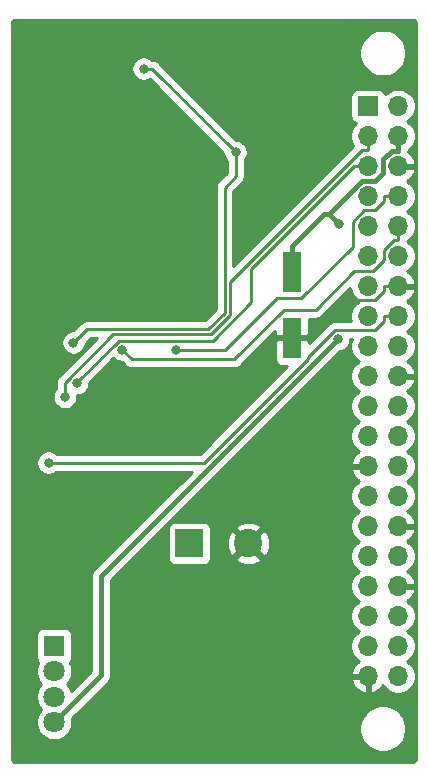
<source format=gbr>
G04 #@! TF.GenerationSoftware,KiCad,Pcbnew,(5.1.5-0-10_14)*
G04 #@! TF.CreationDate,2020-11-09T10:05:16+01:00*
G04 #@! TF.ProjectId,HB-RF-MOD,48422d52-462d-44d4-9f44-2e6b69636164,rev?*
G04 #@! TF.SameCoordinates,Original*
G04 #@! TF.FileFunction,Copper,L2,Bot*
G04 #@! TF.FilePolarity,Positive*
%FSLAX46Y46*%
G04 Gerber Fmt 4.6, Leading zero omitted, Abs format (unit mm)*
G04 Created by KiCad (PCBNEW (5.1.5-0-10_14)) date 2020-11-09 10:05:16*
%MOMM*%
%LPD*%
G04 APERTURE LIST*
%ADD10C,2.400000*%
%ADD11R,2.400000X2.400000*%
%ADD12C,1.800000*%
%ADD13R,1.800000X1.800000*%
%ADD14R,1.600000X3.500000*%
%ADD15O,1.700000X1.700000*%
%ADD16R,1.700000X1.700000*%
%ADD17C,0.800000*%
%ADD18C,0.250000*%
%ADD19C,0.400000*%
%ADD20C,0.254000*%
G04 APERTURE END LIST*
D10*
X43400000Y-60800000D03*
D11*
X38400000Y-60800000D03*
D12*
X26950000Y-75937000D03*
X26950000Y-73778000D03*
X26950000Y-71619000D03*
D13*
X26950000Y-69460000D03*
D14*
X47100000Y-43400000D03*
X47100000Y-37800000D03*
D15*
X56070000Y-72040000D03*
X53530000Y-72040000D03*
X56070000Y-69500000D03*
X53530000Y-69500000D03*
X56070000Y-66960000D03*
X53530000Y-66960000D03*
X56070000Y-64420000D03*
X53530000Y-64420000D03*
X56070000Y-61880000D03*
X53530000Y-61880000D03*
X56070000Y-59340000D03*
X53530000Y-59340000D03*
X56070000Y-56800000D03*
X53530000Y-56800000D03*
X56070000Y-54260000D03*
X53530000Y-54260000D03*
X56070000Y-51720000D03*
X53530000Y-51720000D03*
X56070000Y-49180000D03*
X53530000Y-49180000D03*
X56070000Y-46640000D03*
X53530000Y-46640000D03*
X56070000Y-44100000D03*
X53530000Y-44100000D03*
X56070000Y-41560000D03*
X53530000Y-41560000D03*
X56070000Y-39020000D03*
X53530000Y-39020000D03*
X56070000Y-36480000D03*
X53530000Y-36480000D03*
X56070000Y-33940000D03*
X53530000Y-33940000D03*
X56070000Y-31400000D03*
X53530000Y-31400000D03*
X56070000Y-28860000D03*
X53530000Y-28860000D03*
X56070000Y-26320000D03*
X53530000Y-26320000D03*
X56070000Y-23780000D03*
D16*
X53530000Y-23780000D03*
D17*
X49050000Y-62250000D03*
X34800000Y-47200000D03*
X24100000Y-43900000D03*
X51500000Y-46100000D03*
X35500000Y-74500000D03*
X35600000Y-69900000D03*
X35700000Y-78700000D03*
X48000000Y-78700000D03*
X47500000Y-55900000D03*
X42850000Y-48500000D03*
X34750000Y-50650000D03*
X40950000Y-57750000D03*
X27250000Y-62550000D03*
X27250000Y-64550000D03*
X27200000Y-66450000D03*
X27300000Y-60450000D03*
X47850000Y-69900000D03*
X47950000Y-74400000D03*
X41000000Y-75550000D03*
X41100000Y-70250000D03*
X41000000Y-66400000D03*
X56600000Y-74200000D03*
X52600000Y-78600000D03*
X56800000Y-17200000D03*
X52000000Y-21000000D03*
X42000000Y-21200000D03*
X45200000Y-23600000D03*
X25200000Y-18000000D03*
X25200000Y-23400000D03*
X46200000Y-51800000D03*
X44900000Y-33200000D03*
X28591600Y-43799000D03*
X34535800Y-20604700D03*
X42318900Y-27681100D03*
X32712200Y-44401700D03*
X37291600Y-44438200D03*
X50998400Y-43494700D03*
X51066400Y-33772300D03*
X26480000Y-53967000D03*
X28868900Y-47229700D03*
X27855400Y-48395900D03*
D18*
X47100000Y-43400000D02*
X48225300Y-43400000D01*
X56070000Y-39020000D02*
X54894700Y-39020000D01*
X54894700Y-39020000D02*
X54894700Y-39387400D01*
X54894700Y-39387400D02*
X54086800Y-40195300D01*
X54086800Y-40195300D02*
X51430000Y-40195300D01*
X51430000Y-40195300D02*
X48225300Y-43400000D01*
X42318900Y-29727400D02*
X41378000Y-30668300D01*
X41378000Y-30668300D02*
X41378000Y-41287300D01*
X41378000Y-41287300D02*
X40009900Y-42655400D01*
X40009900Y-42655400D02*
X29735200Y-42655400D01*
X29735200Y-42655400D02*
X28591600Y-43799000D01*
X42318900Y-29727400D02*
X42318900Y-27681100D01*
X42318900Y-27671200D02*
X35252400Y-20604700D01*
X35252400Y-20604700D02*
X34535800Y-20604700D01*
X42318900Y-27681100D02*
X42318900Y-27671200D01*
X56070000Y-35115300D02*
X55702600Y-35115300D01*
X55702600Y-35115300D02*
X54894700Y-35923200D01*
X54894700Y-35923200D02*
X54894700Y-36816300D01*
X54894700Y-36816300D02*
X53961000Y-37750000D01*
X53961000Y-37750000D02*
X52354600Y-37750000D01*
X52354600Y-37750000D02*
X49103100Y-41001500D01*
X49103100Y-41001500D02*
X46392000Y-41001500D01*
X46392000Y-41001500D02*
X42193000Y-45200500D01*
X42193000Y-45200500D02*
X33511000Y-45200500D01*
X33511000Y-45200500D02*
X32712200Y-44401700D01*
X56070000Y-33940000D02*
X56070000Y-35115300D01*
X56070000Y-31400000D02*
X54894700Y-31400000D01*
X54894700Y-31400000D02*
X54894700Y-31767400D01*
X54894700Y-31767400D02*
X54086800Y-32575300D01*
X54086800Y-32575300D02*
X53202500Y-32575300D01*
X53202500Y-32575300D02*
X52232600Y-33545200D01*
X52232600Y-33545200D02*
X52232600Y-35698500D01*
X52232600Y-35698500D02*
X47877200Y-40053900D01*
X47877200Y-40053900D02*
X45837700Y-40053900D01*
X45837700Y-40053900D02*
X41453400Y-44438200D01*
X41453400Y-44438200D02*
X37291600Y-44438200D01*
D19*
X50217800Y-32923700D02*
X51066400Y-33772300D01*
X47100000Y-35649700D02*
X49826000Y-32923700D01*
X49826000Y-32923700D02*
X50217800Y-32923700D01*
X56070000Y-27570300D02*
X55522900Y-27570300D01*
X55522900Y-27570300D02*
X54819700Y-28273500D01*
X54819700Y-28273500D02*
X54819700Y-29406500D01*
X54819700Y-29406500D02*
X54096200Y-30130000D01*
X54096200Y-30130000D02*
X53011500Y-30130000D01*
X53011500Y-30130000D02*
X50217800Y-32923700D01*
X26950000Y-75937000D02*
X30920300Y-71966700D01*
X30920300Y-71966700D02*
X30920300Y-63572800D01*
X30920300Y-63572800D02*
X50998400Y-43494700D01*
X47100000Y-37800000D02*
X47100000Y-35649700D01*
X56070000Y-26320000D02*
X56070000Y-27570300D01*
D18*
X54894700Y-41560000D02*
X54894700Y-41927400D01*
X54894700Y-41927400D02*
X54086800Y-42735300D01*
X54086800Y-42735300D02*
X50710200Y-42735300D01*
X50710200Y-42735300D02*
X48409400Y-45036100D01*
X48409400Y-45036100D02*
X48409400Y-45160400D01*
X48409400Y-45160400D02*
X39602800Y-53967000D01*
X39602800Y-53967000D02*
X26480000Y-53967000D01*
X56070000Y-41560000D02*
X54894700Y-41560000D01*
X52354700Y-28860000D02*
X43637000Y-37577700D01*
X43637000Y-37577700D02*
X43637000Y-40358600D01*
X43637000Y-40358600D02*
X40365900Y-43629700D01*
X40365900Y-43629700D02*
X32403300Y-43629700D01*
X32403300Y-43629700D02*
X28868900Y-47164100D01*
X28868900Y-47164100D02*
X28868900Y-47229700D01*
X53530000Y-28860000D02*
X52354700Y-28860000D01*
X27855400Y-48395900D02*
X27855400Y-47203700D01*
X27855400Y-47203700D02*
X31953400Y-43105700D01*
X31953400Y-43105700D02*
X40196500Y-43105700D01*
X40196500Y-43105700D02*
X41828300Y-41473900D01*
X41828300Y-41473900D02*
X41828300Y-38682800D01*
X41828300Y-38682800D02*
X53015800Y-27495300D01*
X53015800Y-27495300D02*
X53530000Y-27495300D01*
X53530000Y-26320000D02*
X53530000Y-27495300D01*
D20*
G36*
X57248174Y-16464995D02*
G01*
X57344056Y-16473908D01*
X57402382Y-16491196D01*
X57456236Y-16519483D01*
X57503574Y-16557695D01*
X57542590Y-16604375D01*
X57571797Y-16657746D01*
X57590079Y-16715765D01*
X57600049Y-16806231D01*
X57594990Y-78943139D01*
X57586079Y-79039005D01*
X57568791Y-79097331D01*
X57540504Y-79151185D01*
X57502292Y-79198523D01*
X57455611Y-79237540D01*
X57402242Y-79266746D01*
X57344222Y-79285028D01*
X57253740Y-79295000D01*
X23711774Y-79295000D01*
X23615944Y-79286092D01*
X23557618Y-79268804D01*
X23503764Y-79240517D01*
X23456426Y-79202305D01*
X23417409Y-79155624D01*
X23388203Y-79102255D01*
X23369921Y-79044235D01*
X23359951Y-78953770D01*
X23360794Y-68560000D01*
X25411928Y-68560000D01*
X25411928Y-70360000D01*
X25424188Y-70484482D01*
X25460498Y-70604180D01*
X25519463Y-70714494D01*
X25598815Y-70811185D01*
X25627763Y-70834942D01*
X25589701Y-70891905D01*
X25473989Y-71171257D01*
X25415000Y-71467816D01*
X25415000Y-71770184D01*
X25473989Y-72066743D01*
X25589701Y-72346095D01*
X25757688Y-72597505D01*
X25858683Y-72698500D01*
X25757688Y-72799495D01*
X25589701Y-73050905D01*
X25473989Y-73330257D01*
X25415000Y-73626816D01*
X25415000Y-73929184D01*
X25473989Y-74225743D01*
X25589701Y-74505095D01*
X25757688Y-74756505D01*
X25858683Y-74857500D01*
X25757688Y-74958495D01*
X25589701Y-75209905D01*
X25473989Y-75489257D01*
X25415000Y-75785816D01*
X25415000Y-76088184D01*
X25473989Y-76384743D01*
X25589701Y-76664095D01*
X25757688Y-76915505D01*
X25971495Y-77129312D01*
X26222905Y-77297299D01*
X26502257Y-77413011D01*
X26798816Y-77472000D01*
X27101184Y-77472000D01*
X27397743Y-77413011D01*
X27677095Y-77297299D01*
X27928505Y-77129312D01*
X28142312Y-76915505D01*
X28310299Y-76664095D01*
X28426011Y-76384743D01*
X28445951Y-76284495D01*
X52795000Y-76284495D01*
X52795000Y-76675505D01*
X52871282Y-77059003D01*
X53020915Y-77420250D01*
X53238149Y-77745364D01*
X53514636Y-78021851D01*
X53839750Y-78239085D01*
X54200997Y-78388718D01*
X54584495Y-78465000D01*
X54975505Y-78465000D01*
X55359003Y-78388718D01*
X55720250Y-78239085D01*
X56045364Y-78021851D01*
X56321851Y-77745364D01*
X56539085Y-77420250D01*
X56688718Y-77059003D01*
X56765000Y-76675505D01*
X56765000Y-76284495D01*
X56688718Y-75900997D01*
X56539085Y-75539750D01*
X56321851Y-75214636D01*
X56045364Y-74938149D01*
X55720250Y-74720915D01*
X55359003Y-74571282D01*
X54975505Y-74495000D01*
X54584495Y-74495000D01*
X54200997Y-74571282D01*
X53839750Y-74720915D01*
X53514636Y-74938149D01*
X53238149Y-75214636D01*
X53020915Y-75539750D01*
X52871282Y-75900997D01*
X52795000Y-76284495D01*
X28445951Y-76284495D01*
X28485000Y-76088184D01*
X28485000Y-75785816D01*
X28451329Y-75616538D01*
X31481728Y-72586140D01*
X31513591Y-72559991D01*
X31617936Y-72432846D01*
X31637154Y-72396890D01*
X52088524Y-72396890D01*
X52133175Y-72544099D01*
X52258359Y-72806920D01*
X52432412Y-73040269D01*
X52648645Y-73235178D01*
X52898748Y-73384157D01*
X53173109Y-73481481D01*
X53403000Y-73360814D01*
X53403000Y-72167000D01*
X52209845Y-72167000D01*
X52088524Y-72396890D01*
X31637154Y-72396890D01*
X31695472Y-72287787D01*
X31743218Y-72130389D01*
X31755300Y-72007719D01*
X31755300Y-72007718D01*
X31759340Y-71966701D01*
X31755300Y-71925682D01*
X31755300Y-63918667D01*
X36073967Y-59600000D01*
X36561928Y-59600000D01*
X36561928Y-62000000D01*
X36574188Y-62124482D01*
X36610498Y-62244180D01*
X36669463Y-62354494D01*
X36748815Y-62451185D01*
X36845506Y-62530537D01*
X36955820Y-62589502D01*
X37075518Y-62625812D01*
X37200000Y-62638072D01*
X39600000Y-62638072D01*
X39724482Y-62625812D01*
X39844180Y-62589502D01*
X39954494Y-62530537D01*
X40051185Y-62451185D01*
X40130537Y-62354494D01*
X40189502Y-62244180D01*
X40225812Y-62124482D01*
X40230391Y-62077980D01*
X42301626Y-62077980D01*
X42421514Y-62362836D01*
X42745210Y-62523699D01*
X43094069Y-62618322D01*
X43454684Y-62643067D01*
X43813198Y-62596985D01*
X44155833Y-62481846D01*
X44378486Y-62362836D01*
X44498374Y-62077980D01*
X43400000Y-60979605D01*
X42301626Y-62077980D01*
X40230391Y-62077980D01*
X40238072Y-62000000D01*
X40238072Y-60854684D01*
X41556933Y-60854684D01*
X41603015Y-61213198D01*
X41718154Y-61555833D01*
X41837164Y-61778486D01*
X42122020Y-61898374D01*
X43220395Y-60800000D01*
X43579605Y-60800000D01*
X44677980Y-61898374D01*
X44962836Y-61778486D01*
X45123699Y-61454790D01*
X45218322Y-61105931D01*
X45243067Y-60745316D01*
X45196985Y-60386802D01*
X45081846Y-60044167D01*
X44962836Y-59821514D01*
X44677980Y-59701626D01*
X43579605Y-60800000D01*
X43220395Y-60800000D01*
X42122020Y-59701626D01*
X41837164Y-59821514D01*
X41676301Y-60145210D01*
X41581678Y-60494069D01*
X41556933Y-60854684D01*
X40238072Y-60854684D01*
X40238072Y-59600000D01*
X40230392Y-59522020D01*
X42301626Y-59522020D01*
X43400000Y-60620395D01*
X44498374Y-59522020D01*
X44378486Y-59237164D01*
X44054790Y-59076301D01*
X43705931Y-58981678D01*
X43345316Y-58956933D01*
X42986802Y-59003015D01*
X42644167Y-59118154D01*
X42421514Y-59237164D01*
X42301626Y-59522020D01*
X40230392Y-59522020D01*
X40225812Y-59475518D01*
X40189502Y-59355820D01*
X40130537Y-59245506D01*
X40051185Y-59148815D01*
X39954494Y-59069463D01*
X39844180Y-59010498D01*
X39724482Y-58974188D01*
X39600000Y-58961928D01*
X37200000Y-58961928D01*
X37075518Y-58974188D01*
X36955820Y-59010498D01*
X36845506Y-59069463D01*
X36748815Y-59148815D01*
X36669463Y-59245506D01*
X36610498Y-59355820D01*
X36574188Y-59475518D01*
X36561928Y-59600000D01*
X36073967Y-59600000D01*
X51155176Y-44518792D01*
X51300298Y-44489926D01*
X51488656Y-44411905D01*
X51658174Y-44298637D01*
X51802337Y-44154474D01*
X51915605Y-43984956D01*
X51993626Y-43796598D01*
X52033400Y-43596639D01*
X52033400Y-43495300D01*
X52173123Y-43495300D01*
X52102068Y-43666842D01*
X52045000Y-43953740D01*
X52045000Y-44246260D01*
X52102068Y-44533158D01*
X52214010Y-44803411D01*
X52376525Y-45046632D01*
X52583368Y-45253475D01*
X52757760Y-45370000D01*
X52583368Y-45486525D01*
X52376525Y-45693368D01*
X52214010Y-45936589D01*
X52102068Y-46206842D01*
X52045000Y-46493740D01*
X52045000Y-46786260D01*
X52102068Y-47073158D01*
X52214010Y-47343411D01*
X52376525Y-47586632D01*
X52583368Y-47793475D01*
X52757760Y-47910000D01*
X52583368Y-48026525D01*
X52376525Y-48233368D01*
X52214010Y-48476589D01*
X52102068Y-48746842D01*
X52045000Y-49033740D01*
X52045000Y-49326260D01*
X52102068Y-49613158D01*
X52214010Y-49883411D01*
X52376525Y-50126632D01*
X52583368Y-50333475D01*
X52757760Y-50450000D01*
X52583368Y-50566525D01*
X52376525Y-50773368D01*
X52214010Y-51016589D01*
X52102068Y-51286842D01*
X52045000Y-51573740D01*
X52045000Y-51866260D01*
X52102068Y-52153158D01*
X52214010Y-52423411D01*
X52376525Y-52666632D01*
X52583368Y-52873475D01*
X52765534Y-52995195D01*
X52648645Y-53064822D01*
X52432412Y-53259731D01*
X52258359Y-53493080D01*
X52133175Y-53755901D01*
X52088524Y-53903110D01*
X52209845Y-54133000D01*
X53403000Y-54133000D01*
X53403000Y-54113000D01*
X53657000Y-54113000D01*
X53657000Y-54133000D01*
X53677000Y-54133000D01*
X53677000Y-54387000D01*
X53657000Y-54387000D01*
X53657000Y-54407000D01*
X53403000Y-54407000D01*
X53403000Y-54387000D01*
X52209845Y-54387000D01*
X52088524Y-54616890D01*
X52133175Y-54764099D01*
X52258359Y-55026920D01*
X52432412Y-55260269D01*
X52648645Y-55455178D01*
X52765534Y-55524805D01*
X52583368Y-55646525D01*
X52376525Y-55853368D01*
X52214010Y-56096589D01*
X52102068Y-56366842D01*
X52045000Y-56653740D01*
X52045000Y-56946260D01*
X52102068Y-57233158D01*
X52214010Y-57503411D01*
X52376525Y-57746632D01*
X52583368Y-57953475D01*
X52757760Y-58070000D01*
X52583368Y-58186525D01*
X52376525Y-58393368D01*
X52214010Y-58636589D01*
X52102068Y-58906842D01*
X52045000Y-59193740D01*
X52045000Y-59486260D01*
X52102068Y-59773158D01*
X52214010Y-60043411D01*
X52376525Y-60286632D01*
X52583368Y-60493475D01*
X52757760Y-60610000D01*
X52583368Y-60726525D01*
X52376525Y-60933368D01*
X52214010Y-61176589D01*
X52102068Y-61446842D01*
X52045000Y-61733740D01*
X52045000Y-62026260D01*
X52102068Y-62313158D01*
X52214010Y-62583411D01*
X52376525Y-62826632D01*
X52583368Y-63033475D01*
X52757760Y-63150000D01*
X52583368Y-63266525D01*
X52376525Y-63473368D01*
X52214010Y-63716589D01*
X52102068Y-63986842D01*
X52045000Y-64273740D01*
X52045000Y-64566260D01*
X52102068Y-64853158D01*
X52214010Y-65123411D01*
X52376525Y-65366632D01*
X52583368Y-65573475D01*
X52757760Y-65690000D01*
X52583368Y-65806525D01*
X52376525Y-66013368D01*
X52214010Y-66256589D01*
X52102068Y-66526842D01*
X52045000Y-66813740D01*
X52045000Y-67106260D01*
X52102068Y-67393158D01*
X52214010Y-67663411D01*
X52376525Y-67906632D01*
X52583368Y-68113475D01*
X52757760Y-68230000D01*
X52583368Y-68346525D01*
X52376525Y-68553368D01*
X52214010Y-68796589D01*
X52102068Y-69066842D01*
X52045000Y-69353740D01*
X52045000Y-69646260D01*
X52102068Y-69933158D01*
X52214010Y-70203411D01*
X52376525Y-70446632D01*
X52583368Y-70653475D01*
X52765534Y-70775195D01*
X52648645Y-70844822D01*
X52432412Y-71039731D01*
X52258359Y-71273080D01*
X52133175Y-71535901D01*
X52088524Y-71683110D01*
X52209845Y-71913000D01*
X53403000Y-71913000D01*
X53403000Y-71893000D01*
X53657000Y-71893000D01*
X53657000Y-71913000D01*
X53677000Y-71913000D01*
X53677000Y-72167000D01*
X53657000Y-72167000D01*
X53657000Y-73360814D01*
X53886891Y-73481481D01*
X54161252Y-73384157D01*
X54411355Y-73235178D01*
X54627588Y-73040269D01*
X54798900Y-72810594D01*
X54916525Y-72986632D01*
X55123368Y-73193475D01*
X55366589Y-73355990D01*
X55636842Y-73467932D01*
X55923740Y-73525000D01*
X56216260Y-73525000D01*
X56503158Y-73467932D01*
X56773411Y-73355990D01*
X57016632Y-73193475D01*
X57223475Y-72986632D01*
X57385990Y-72743411D01*
X57497932Y-72473158D01*
X57555000Y-72186260D01*
X57555000Y-71893740D01*
X57497932Y-71606842D01*
X57385990Y-71336589D01*
X57223475Y-71093368D01*
X57016632Y-70886525D01*
X56842240Y-70770000D01*
X57016632Y-70653475D01*
X57223475Y-70446632D01*
X57385990Y-70203411D01*
X57497932Y-69933158D01*
X57555000Y-69646260D01*
X57555000Y-69353740D01*
X57497932Y-69066842D01*
X57385990Y-68796589D01*
X57223475Y-68553368D01*
X57016632Y-68346525D01*
X56842240Y-68230000D01*
X57016632Y-68113475D01*
X57223475Y-67906632D01*
X57385990Y-67663411D01*
X57497932Y-67393158D01*
X57555000Y-67106260D01*
X57555000Y-66813740D01*
X57497932Y-66526842D01*
X57385990Y-66256589D01*
X57223475Y-66013368D01*
X57016632Y-65806525D01*
X56834466Y-65684805D01*
X56951355Y-65615178D01*
X57167588Y-65420269D01*
X57341641Y-65186920D01*
X57466825Y-64924099D01*
X57511476Y-64776890D01*
X57390155Y-64547000D01*
X56197000Y-64547000D01*
X56197000Y-64567000D01*
X55943000Y-64567000D01*
X55943000Y-64547000D01*
X55923000Y-64547000D01*
X55923000Y-64293000D01*
X55943000Y-64293000D01*
X55943000Y-64273000D01*
X56197000Y-64273000D01*
X56197000Y-64293000D01*
X57390155Y-64293000D01*
X57511476Y-64063110D01*
X57466825Y-63915901D01*
X57341641Y-63653080D01*
X57167588Y-63419731D01*
X56951355Y-63224822D01*
X56834466Y-63155195D01*
X57016632Y-63033475D01*
X57223475Y-62826632D01*
X57385990Y-62583411D01*
X57497932Y-62313158D01*
X57555000Y-62026260D01*
X57555000Y-61733740D01*
X57497932Y-61446842D01*
X57385990Y-61176589D01*
X57223475Y-60933368D01*
X57016632Y-60726525D01*
X56834466Y-60604805D01*
X56951355Y-60535178D01*
X57167588Y-60340269D01*
X57341641Y-60106920D01*
X57466825Y-59844099D01*
X57511476Y-59696890D01*
X57390155Y-59467000D01*
X56197000Y-59467000D01*
X56197000Y-59487000D01*
X55943000Y-59487000D01*
X55943000Y-59467000D01*
X55923000Y-59467000D01*
X55923000Y-59213000D01*
X55943000Y-59213000D01*
X55943000Y-59193000D01*
X56197000Y-59193000D01*
X56197000Y-59213000D01*
X57390155Y-59213000D01*
X57511476Y-58983110D01*
X57466825Y-58835901D01*
X57341641Y-58573080D01*
X57167588Y-58339731D01*
X56951355Y-58144822D01*
X56834466Y-58075195D01*
X57016632Y-57953475D01*
X57223475Y-57746632D01*
X57385990Y-57503411D01*
X57497932Y-57233158D01*
X57555000Y-56946260D01*
X57555000Y-56653740D01*
X57497932Y-56366842D01*
X57385990Y-56096589D01*
X57223475Y-55853368D01*
X57016632Y-55646525D01*
X56842240Y-55530000D01*
X57016632Y-55413475D01*
X57223475Y-55206632D01*
X57385990Y-54963411D01*
X57497932Y-54693158D01*
X57555000Y-54406260D01*
X57555000Y-54113740D01*
X57497932Y-53826842D01*
X57385990Y-53556589D01*
X57223475Y-53313368D01*
X57016632Y-53106525D01*
X56842240Y-52990000D01*
X57016632Y-52873475D01*
X57223475Y-52666632D01*
X57385990Y-52423411D01*
X57497932Y-52153158D01*
X57555000Y-51866260D01*
X57555000Y-51573740D01*
X57497932Y-51286842D01*
X57385990Y-51016589D01*
X57223475Y-50773368D01*
X57016632Y-50566525D01*
X56842240Y-50450000D01*
X57016632Y-50333475D01*
X57223475Y-50126632D01*
X57385990Y-49883411D01*
X57497932Y-49613158D01*
X57555000Y-49326260D01*
X57555000Y-49033740D01*
X57497932Y-48746842D01*
X57385990Y-48476589D01*
X57223475Y-48233368D01*
X57016632Y-48026525D01*
X56834466Y-47904805D01*
X56951355Y-47835178D01*
X57167588Y-47640269D01*
X57341641Y-47406920D01*
X57466825Y-47144099D01*
X57511476Y-46996890D01*
X57390155Y-46767000D01*
X56197000Y-46767000D01*
X56197000Y-46787000D01*
X55943000Y-46787000D01*
X55943000Y-46767000D01*
X55923000Y-46767000D01*
X55923000Y-46513000D01*
X55943000Y-46513000D01*
X55943000Y-46493000D01*
X56197000Y-46493000D01*
X56197000Y-46513000D01*
X57390155Y-46513000D01*
X57511476Y-46283110D01*
X57466825Y-46135901D01*
X57341641Y-45873080D01*
X57167588Y-45639731D01*
X56951355Y-45444822D01*
X56834466Y-45375195D01*
X57016632Y-45253475D01*
X57223475Y-45046632D01*
X57385990Y-44803411D01*
X57497932Y-44533158D01*
X57555000Y-44246260D01*
X57555000Y-43953740D01*
X57497932Y-43666842D01*
X57385990Y-43396589D01*
X57223475Y-43153368D01*
X57016632Y-42946525D01*
X56842240Y-42830000D01*
X57016632Y-42713475D01*
X57223475Y-42506632D01*
X57385990Y-42263411D01*
X57497932Y-41993158D01*
X57555000Y-41706260D01*
X57555000Y-41413740D01*
X57497932Y-41126842D01*
X57385990Y-40856589D01*
X57223475Y-40613368D01*
X57016632Y-40406525D01*
X56834466Y-40284805D01*
X56951355Y-40215178D01*
X57167588Y-40020269D01*
X57341641Y-39786920D01*
X57466825Y-39524099D01*
X57511476Y-39376890D01*
X57390155Y-39147000D01*
X56197000Y-39147000D01*
X56197000Y-39167000D01*
X55943000Y-39167000D01*
X55943000Y-39147000D01*
X55923000Y-39147000D01*
X55923000Y-38893000D01*
X55943000Y-38893000D01*
X55943000Y-38873000D01*
X56197000Y-38873000D01*
X56197000Y-38893000D01*
X57390155Y-38893000D01*
X57511476Y-38663110D01*
X57466825Y-38515901D01*
X57341641Y-38253080D01*
X57167588Y-38019731D01*
X56951355Y-37824822D01*
X56834466Y-37755195D01*
X57016632Y-37633475D01*
X57223475Y-37426632D01*
X57385990Y-37183411D01*
X57497932Y-36913158D01*
X57555000Y-36626260D01*
X57555000Y-36333740D01*
X57497932Y-36046842D01*
X57385990Y-35776589D01*
X57223475Y-35533368D01*
X57016632Y-35326525D01*
X56842240Y-35210000D01*
X57016632Y-35093475D01*
X57223475Y-34886632D01*
X57385990Y-34643411D01*
X57497932Y-34373158D01*
X57555000Y-34086260D01*
X57555000Y-33793740D01*
X57497932Y-33506842D01*
X57385990Y-33236589D01*
X57223475Y-32993368D01*
X57016632Y-32786525D01*
X56842240Y-32670000D01*
X57016632Y-32553475D01*
X57223475Y-32346632D01*
X57385990Y-32103411D01*
X57497932Y-31833158D01*
X57555000Y-31546260D01*
X57555000Y-31253740D01*
X57497932Y-30966842D01*
X57385990Y-30696589D01*
X57223475Y-30453368D01*
X57016632Y-30246525D01*
X56834466Y-30124805D01*
X56951355Y-30055178D01*
X57167588Y-29860269D01*
X57341641Y-29626920D01*
X57466825Y-29364099D01*
X57511476Y-29216890D01*
X57390155Y-28987000D01*
X56197000Y-28987000D01*
X56197000Y-29007000D01*
X55943000Y-29007000D01*
X55943000Y-28987000D01*
X55923000Y-28987000D01*
X55923000Y-28733000D01*
X55943000Y-28733000D01*
X55943000Y-28713000D01*
X56197000Y-28713000D01*
X56197000Y-28733000D01*
X57390155Y-28733000D01*
X57511476Y-28503110D01*
X57466825Y-28355901D01*
X57341641Y-28093080D01*
X57167588Y-27859731D01*
X56951355Y-27664822D01*
X56902591Y-27635775D01*
X56905000Y-27611319D01*
X56909040Y-27570300D01*
X56906736Y-27546905D01*
X57016632Y-27473475D01*
X57223475Y-27266632D01*
X57385990Y-27023411D01*
X57497932Y-26753158D01*
X57555000Y-26466260D01*
X57555000Y-26173740D01*
X57497932Y-25886842D01*
X57385990Y-25616589D01*
X57223475Y-25373368D01*
X57016632Y-25166525D01*
X56842240Y-25050000D01*
X57016632Y-24933475D01*
X57223475Y-24726632D01*
X57385990Y-24483411D01*
X57497932Y-24213158D01*
X57555000Y-23926260D01*
X57555000Y-23633740D01*
X57497932Y-23346842D01*
X57385990Y-23076589D01*
X57223475Y-22833368D01*
X57016632Y-22626525D01*
X56773411Y-22464010D01*
X56503158Y-22352068D01*
X56216260Y-22295000D01*
X55923740Y-22295000D01*
X55636842Y-22352068D01*
X55366589Y-22464010D01*
X55123368Y-22626525D01*
X54991513Y-22758380D01*
X54969502Y-22685820D01*
X54910537Y-22575506D01*
X54831185Y-22478815D01*
X54734494Y-22399463D01*
X54624180Y-22340498D01*
X54504482Y-22304188D01*
X54380000Y-22291928D01*
X52680000Y-22291928D01*
X52555518Y-22304188D01*
X52435820Y-22340498D01*
X52325506Y-22399463D01*
X52228815Y-22478815D01*
X52149463Y-22575506D01*
X52090498Y-22685820D01*
X52054188Y-22805518D01*
X52041928Y-22930000D01*
X52041928Y-24630000D01*
X52054188Y-24754482D01*
X52090498Y-24874180D01*
X52149463Y-24984494D01*
X52228815Y-25081185D01*
X52325506Y-25160537D01*
X52435820Y-25219502D01*
X52508380Y-25241513D01*
X52376525Y-25373368D01*
X52214010Y-25616589D01*
X52102068Y-25886842D01*
X52045000Y-26173740D01*
X52045000Y-26466260D01*
X52102068Y-26753158D01*
X52214010Y-27023411D01*
X52293669Y-27142629D01*
X42138000Y-37298299D01*
X42138000Y-30983101D01*
X42829904Y-30291198D01*
X42858901Y-30267401D01*
X42953874Y-30151676D01*
X43024446Y-30019647D01*
X43067903Y-29876386D01*
X43078900Y-29764733D01*
X43078900Y-29764732D01*
X43082577Y-29727400D01*
X43078900Y-29690067D01*
X43078900Y-28384811D01*
X43122837Y-28340874D01*
X43236105Y-28171356D01*
X43314126Y-27982998D01*
X43353900Y-27783039D01*
X43353900Y-27579161D01*
X43314126Y-27379202D01*
X43236105Y-27190844D01*
X43122837Y-27021326D01*
X42978674Y-26877163D01*
X42809156Y-26763895D01*
X42620798Y-26685874D01*
X42420839Y-26646100D01*
X42368602Y-26646100D01*
X35816204Y-20093703D01*
X35792401Y-20064699D01*
X35676676Y-19969726D01*
X35544647Y-19899154D01*
X35401386Y-19855697D01*
X35289733Y-19844700D01*
X35289722Y-19844700D01*
X35252400Y-19841024D01*
X35237320Y-19842509D01*
X35195574Y-19800763D01*
X35026056Y-19687495D01*
X34837698Y-19609474D01*
X34637739Y-19569700D01*
X34433861Y-19569700D01*
X34233902Y-19609474D01*
X34045544Y-19687495D01*
X33876026Y-19800763D01*
X33731863Y-19944926D01*
X33618595Y-20114444D01*
X33540574Y-20302802D01*
X33500800Y-20502761D01*
X33500800Y-20706639D01*
X33540574Y-20906598D01*
X33618595Y-21094956D01*
X33731863Y-21264474D01*
X33876026Y-21408637D01*
X34045544Y-21521905D01*
X34233902Y-21599926D01*
X34433861Y-21639700D01*
X34637739Y-21639700D01*
X34837698Y-21599926D01*
X35026056Y-21521905D01*
X35067267Y-21494368D01*
X41283900Y-27711002D01*
X41283900Y-27783039D01*
X41323674Y-27982998D01*
X41401695Y-28171356D01*
X41514963Y-28340874D01*
X41558901Y-28384812D01*
X41558900Y-29412598D01*
X40867002Y-30104496D01*
X40837999Y-30128299D01*
X40782871Y-30195474D01*
X40743026Y-30244024D01*
X40689053Y-30345000D01*
X40672454Y-30376054D01*
X40628997Y-30519315D01*
X40618000Y-30630968D01*
X40618000Y-30630978D01*
X40614324Y-30668300D01*
X40618000Y-30705622D01*
X40618001Y-40972497D01*
X39695099Y-41895400D01*
X29772525Y-41895400D01*
X29735200Y-41891724D01*
X29697875Y-41895400D01*
X29697867Y-41895400D01*
X29586214Y-41906397D01*
X29442953Y-41949854D01*
X29310924Y-42020426D01*
X29195199Y-42115399D01*
X29171401Y-42144397D01*
X28551799Y-42764000D01*
X28489661Y-42764000D01*
X28289702Y-42803774D01*
X28101344Y-42881795D01*
X27931826Y-42995063D01*
X27787663Y-43139226D01*
X27674395Y-43308744D01*
X27596374Y-43497102D01*
X27556600Y-43697061D01*
X27556600Y-43900939D01*
X27596374Y-44100898D01*
X27674395Y-44289256D01*
X27787663Y-44458774D01*
X27931826Y-44602937D01*
X28101344Y-44716205D01*
X28289702Y-44794226D01*
X28489661Y-44834000D01*
X28693539Y-44834000D01*
X28893498Y-44794226D01*
X29081856Y-44716205D01*
X29251374Y-44602937D01*
X29395537Y-44458774D01*
X29508805Y-44289256D01*
X29586826Y-44100898D01*
X29626600Y-43900939D01*
X29626600Y-43838801D01*
X30050002Y-43415400D01*
X30568898Y-43415400D01*
X27344398Y-46639901D01*
X27315400Y-46663699D01*
X27291602Y-46692697D01*
X27291601Y-46692698D01*
X27220426Y-46779424D01*
X27149854Y-46911454D01*
X27106398Y-47054715D01*
X27091724Y-47203700D01*
X27095401Y-47241032D01*
X27095401Y-47692188D01*
X27051463Y-47736126D01*
X26938195Y-47905644D01*
X26860174Y-48094002D01*
X26820400Y-48293961D01*
X26820400Y-48497839D01*
X26860174Y-48697798D01*
X26938195Y-48886156D01*
X27051463Y-49055674D01*
X27195626Y-49199837D01*
X27365144Y-49313105D01*
X27553502Y-49391126D01*
X27753461Y-49430900D01*
X27957339Y-49430900D01*
X28157298Y-49391126D01*
X28345656Y-49313105D01*
X28515174Y-49199837D01*
X28659337Y-49055674D01*
X28772605Y-48886156D01*
X28850626Y-48697798D01*
X28890400Y-48497839D01*
X28890400Y-48293961D01*
X28884580Y-48264700D01*
X28970839Y-48264700D01*
X29170798Y-48224926D01*
X29359156Y-48146905D01*
X29528674Y-48033637D01*
X29672837Y-47889474D01*
X29786105Y-47719956D01*
X29864126Y-47531598D01*
X29903900Y-47331639D01*
X29903900Y-47203901D01*
X31977296Y-45130507D01*
X32052426Y-45205637D01*
X32221944Y-45318905D01*
X32410302Y-45396926D01*
X32610261Y-45436700D01*
X32672398Y-45436700D01*
X32947201Y-45711502D01*
X32970999Y-45740501D01*
X33086724Y-45835474D01*
X33218753Y-45906046D01*
X33362014Y-45949503D01*
X33473667Y-45960500D01*
X33473675Y-45960500D01*
X33511000Y-45964176D01*
X33548325Y-45960500D01*
X42155678Y-45960500D01*
X42193000Y-45964176D01*
X42230322Y-45960500D01*
X42230333Y-45960500D01*
X42341986Y-45949503D01*
X42485247Y-45906046D01*
X42617276Y-45835474D01*
X42733001Y-45740501D01*
X42756804Y-45711497D01*
X45664349Y-42803953D01*
X45665000Y-43114250D01*
X45823750Y-43273000D01*
X46973000Y-43273000D01*
X46973000Y-43253000D01*
X47227000Y-43253000D01*
X47227000Y-43273000D01*
X48376250Y-43273000D01*
X48535000Y-43114250D01*
X48537838Y-41761500D01*
X49065778Y-41761500D01*
X49103100Y-41765176D01*
X49140422Y-41761500D01*
X49140433Y-41761500D01*
X49252086Y-41750503D01*
X49395347Y-41707046D01*
X49527376Y-41636474D01*
X49643101Y-41541501D01*
X49666904Y-41512497D01*
X52045000Y-39134402D01*
X52045000Y-39166260D01*
X52102068Y-39453158D01*
X52214010Y-39723411D01*
X52376525Y-39966632D01*
X52583368Y-40173475D01*
X52757760Y-40290000D01*
X52583368Y-40406525D01*
X52376525Y-40613368D01*
X52214010Y-40856589D01*
X52102068Y-41126842D01*
X52045000Y-41413740D01*
X52045000Y-41706260D01*
X52098516Y-41975300D01*
X50747533Y-41975300D01*
X50710200Y-41971623D01*
X50672867Y-41975300D01*
X50561214Y-41986297D01*
X50417953Y-42029754D01*
X50285924Y-42100326D01*
X50170199Y-42195299D01*
X50146401Y-42224297D01*
X48535314Y-43835385D01*
X48535000Y-43685750D01*
X48376250Y-43527000D01*
X47227000Y-43527000D01*
X47227000Y-43547000D01*
X46973000Y-43547000D01*
X46973000Y-43527000D01*
X45823750Y-43527000D01*
X45665000Y-43685750D01*
X45661928Y-45150000D01*
X45674188Y-45274482D01*
X45710498Y-45394180D01*
X45769463Y-45504494D01*
X45848815Y-45601185D01*
X45945506Y-45680537D01*
X46055820Y-45739502D01*
X46175518Y-45775812D01*
X46300000Y-45788072D01*
X46709372Y-45785627D01*
X39287999Y-53207000D01*
X27183711Y-53207000D01*
X27139774Y-53163063D01*
X26970256Y-53049795D01*
X26781898Y-52971774D01*
X26581939Y-52932000D01*
X26378061Y-52932000D01*
X26178102Y-52971774D01*
X25989744Y-53049795D01*
X25820226Y-53163063D01*
X25676063Y-53307226D01*
X25562795Y-53476744D01*
X25484774Y-53665102D01*
X25445000Y-53865061D01*
X25445000Y-54068939D01*
X25484774Y-54268898D01*
X25562795Y-54457256D01*
X25676063Y-54626774D01*
X25820226Y-54770937D01*
X25989744Y-54884205D01*
X26178102Y-54962226D01*
X26378061Y-55002000D01*
X26581939Y-55002000D01*
X26781898Y-54962226D01*
X26970256Y-54884205D01*
X27139774Y-54770937D01*
X27183711Y-54727000D01*
X38585233Y-54727000D01*
X30358874Y-62953359D01*
X30327010Y-62979509D01*
X30247951Y-63075843D01*
X30222664Y-63106655D01*
X30145128Y-63251714D01*
X30097382Y-63409112D01*
X30081260Y-63572800D01*
X30085301Y-63613829D01*
X30085300Y-71620832D01*
X28411327Y-73294806D01*
X28310299Y-73050905D01*
X28142312Y-72799495D01*
X28041317Y-72698500D01*
X28142312Y-72597505D01*
X28310299Y-72346095D01*
X28426011Y-72066743D01*
X28485000Y-71770184D01*
X28485000Y-71467816D01*
X28426011Y-71171257D01*
X28310299Y-70891905D01*
X28272237Y-70834942D01*
X28301185Y-70811185D01*
X28380537Y-70714494D01*
X28439502Y-70604180D01*
X28475812Y-70484482D01*
X28488072Y-70360000D01*
X28488072Y-68560000D01*
X28475812Y-68435518D01*
X28439502Y-68315820D01*
X28380537Y-68205506D01*
X28301185Y-68108815D01*
X28204494Y-68029463D01*
X28094180Y-67970498D01*
X27974482Y-67934188D01*
X27850000Y-67921928D01*
X26050000Y-67921928D01*
X25925518Y-67934188D01*
X25805820Y-67970498D01*
X25695506Y-68029463D01*
X25598815Y-68108815D01*
X25519463Y-68205506D01*
X25460498Y-68315820D01*
X25424188Y-68435518D01*
X25411928Y-68560000D01*
X23360794Y-68560000D01*
X23364812Y-19084495D01*
X52795000Y-19084495D01*
X52795000Y-19475505D01*
X52871282Y-19859003D01*
X53020915Y-20220250D01*
X53238149Y-20545364D01*
X53514636Y-20821851D01*
X53839750Y-21039085D01*
X54200997Y-21188718D01*
X54584495Y-21265000D01*
X54975505Y-21265000D01*
X55359003Y-21188718D01*
X55720250Y-21039085D01*
X56045364Y-20821851D01*
X56321851Y-20545364D01*
X56539085Y-20220250D01*
X56688718Y-19859003D01*
X56765000Y-19475505D01*
X56765000Y-19084495D01*
X56688718Y-18700997D01*
X56539085Y-18339750D01*
X56321851Y-18014636D01*
X56045364Y-17738149D01*
X55720250Y-17520915D01*
X55359003Y-17371282D01*
X54975505Y-17295000D01*
X54584495Y-17295000D01*
X54200997Y-17371282D01*
X53839750Y-17520915D01*
X53514636Y-17738149D01*
X53238149Y-18014636D01*
X53020915Y-18339750D01*
X52871282Y-18700997D01*
X52795000Y-19084495D01*
X23364812Y-19084495D01*
X23364997Y-16811810D01*
X23373908Y-16715944D01*
X23391196Y-16657618D01*
X23419483Y-16603764D01*
X23457695Y-16556426D01*
X23504375Y-16517410D01*
X23557746Y-16488203D01*
X23615765Y-16469921D01*
X23706221Y-16459952D01*
X57248174Y-16464995D01*
G37*
X57248174Y-16464995D02*
X57344056Y-16473908D01*
X57402382Y-16491196D01*
X57456236Y-16519483D01*
X57503574Y-16557695D01*
X57542590Y-16604375D01*
X57571797Y-16657746D01*
X57590079Y-16715765D01*
X57600049Y-16806231D01*
X57594990Y-78943139D01*
X57586079Y-79039005D01*
X57568791Y-79097331D01*
X57540504Y-79151185D01*
X57502292Y-79198523D01*
X57455611Y-79237540D01*
X57402242Y-79266746D01*
X57344222Y-79285028D01*
X57253740Y-79295000D01*
X23711774Y-79295000D01*
X23615944Y-79286092D01*
X23557618Y-79268804D01*
X23503764Y-79240517D01*
X23456426Y-79202305D01*
X23417409Y-79155624D01*
X23388203Y-79102255D01*
X23369921Y-79044235D01*
X23359951Y-78953770D01*
X23360794Y-68560000D01*
X25411928Y-68560000D01*
X25411928Y-70360000D01*
X25424188Y-70484482D01*
X25460498Y-70604180D01*
X25519463Y-70714494D01*
X25598815Y-70811185D01*
X25627763Y-70834942D01*
X25589701Y-70891905D01*
X25473989Y-71171257D01*
X25415000Y-71467816D01*
X25415000Y-71770184D01*
X25473989Y-72066743D01*
X25589701Y-72346095D01*
X25757688Y-72597505D01*
X25858683Y-72698500D01*
X25757688Y-72799495D01*
X25589701Y-73050905D01*
X25473989Y-73330257D01*
X25415000Y-73626816D01*
X25415000Y-73929184D01*
X25473989Y-74225743D01*
X25589701Y-74505095D01*
X25757688Y-74756505D01*
X25858683Y-74857500D01*
X25757688Y-74958495D01*
X25589701Y-75209905D01*
X25473989Y-75489257D01*
X25415000Y-75785816D01*
X25415000Y-76088184D01*
X25473989Y-76384743D01*
X25589701Y-76664095D01*
X25757688Y-76915505D01*
X25971495Y-77129312D01*
X26222905Y-77297299D01*
X26502257Y-77413011D01*
X26798816Y-77472000D01*
X27101184Y-77472000D01*
X27397743Y-77413011D01*
X27677095Y-77297299D01*
X27928505Y-77129312D01*
X28142312Y-76915505D01*
X28310299Y-76664095D01*
X28426011Y-76384743D01*
X28445951Y-76284495D01*
X52795000Y-76284495D01*
X52795000Y-76675505D01*
X52871282Y-77059003D01*
X53020915Y-77420250D01*
X53238149Y-77745364D01*
X53514636Y-78021851D01*
X53839750Y-78239085D01*
X54200997Y-78388718D01*
X54584495Y-78465000D01*
X54975505Y-78465000D01*
X55359003Y-78388718D01*
X55720250Y-78239085D01*
X56045364Y-78021851D01*
X56321851Y-77745364D01*
X56539085Y-77420250D01*
X56688718Y-77059003D01*
X56765000Y-76675505D01*
X56765000Y-76284495D01*
X56688718Y-75900997D01*
X56539085Y-75539750D01*
X56321851Y-75214636D01*
X56045364Y-74938149D01*
X55720250Y-74720915D01*
X55359003Y-74571282D01*
X54975505Y-74495000D01*
X54584495Y-74495000D01*
X54200997Y-74571282D01*
X53839750Y-74720915D01*
X53514636Y-74938149D01*
X53238149Y-75214636D01*
X53020915Y-75539750D01*
X52871282Y-75900997D01*
X52795000Y-76284495D01*
X28445951Y-76284495D01*
X28485000Y-76088184D01*
X28485000Y-75785816D01*
X28451329Y-75616538D01*
X31481728Y-72586140D01*
X31513591Y-72559991D01*
X31617936Y-72432846D01*
X31637154Y-72396890D01*
X52088524Y-72396890D01*
X52133175Y-72544099D01*
X52258359Y-72806920D01*
X52432412Y-73040269D01*
X52648645Y-73235178D01*
X52898748Y-73384157D01*
X53173109Y-73481481D01*
X53403000Y-73360814D01*
X53403000Y-72167000D01*
X52209845Y-72167000D01*
X52088524Y-72396890D01*
X31637154Y-72396890D01*
X31695472Y-72287787D01*
X31743218Y-72130389D01*
X31755300Y-72007719D01*
X31755300Y-72007718D01*
X31759340Y-71966701D01*
X31755300Y-71925682D01*
X31755300Y-63918667D01*
X36073967Y-59600000D01*
X36561928Y-59600000D01*
X36561928Y-62000000D01*
X36574188Y-62124482D01*
X36610498Y-62244180D01*
X36669463Y-62354494D01*
X36748815Y-62451185D01*
X36845506Y-62530537D01*
X36955820Y-62589502D01*
X37075518Y-62625812D01*
X37200000Y-62638072D01*
X39600000Y-62638072D01*
X39724482Y-62625812D01*
X39844180Y-62589502D01*
X39954494Y-62530537D01*
X40051185Y-62451185D01*
X40130537Y-62354494D01*
X40189502Y-62244180D01*
X40225812Y-62124482D01*
X40230391Y-62077980D01*
X42301626Y-62077980D01*
X42421514Y-62362836D01*
X42745210Y-62523699D01*
X43094069Y-62618322D01*
X43454684Y-62643067D01*
X43813198Y-62596985D01*
X44155833Y-62481846D01*
X44378486Y-62362836D01*
X44498374Y-62077980D01*
X43400000Y-60979605D01*
X42301626Y-62077980D01*
X40230391Y-62077980D01*
X40238072Y-62000000D01*
X40238072Y-60854684D01*
X41556933Y-60854684D01*
X41603015Y-61213198D01*
X41718154Y-61555833D01*
X41837164Y-61778486D01*
X42122020Y-61898374D01*
X43220395Y-60800000D01*
X43579605Y-60800000D01*
X44677980Y-61898374D01*
X44962836Y-61778486D01*
X45123699Y-61454790D01*
X45218322Y-61105931D01*
X45243067Y-60745316D01*
X45196985Y-60386802D01*
X45081846Y-60044167D01*
X44962836Y-59821514D01*
X44677980Y-59701626D01*
X43579605Y-60800000D01*
X43220395Y-60800000D01*
X42122020Y-59701626D01*
X41837164Y-59821514D01*
X41676301Y-60145210D01*
X41581678Y-60494069D01*
X41556933Y-60854684D01*
X40238072Y-60854684D01*
X40238072Y-59600000D01*
X40230392Y-59522020D01*
X42301626Y-59522020D01*
X43400000Y-60620395D01*
X44498374Y-59522020D01*
X44378486Y-59237164D01*
X44054790Y-59076301D01*
X43705931Y-58981678D01*
X43345316Y-58956933D01*
X42986802Y-59003015D01*
X42644167Y-59118154D01*
X42421514Y-59237164D01*
X42301626Y-59522020D01*
X40230392Y-59522020D01*
X40225812Y-59475518D01*
X40189502Y-59355820D01*
X40130537Y-59245506D01*
X40051185Y-59148815D01*
X39954494Y-59069463D01*
X39844180Y-59010498D01*
X39724482Y-58974188D01*
X39600000Y-58961928D01*
X37200000Y-58961928D01*
X37075518Y-58974188D01*
X36955820Y-59010498D01*
X36845506Y-59069463D01*
X36748815Y-59148815D01*
X36669463Y-59245506D01*
X36610498Y-59355820D01*
X36574188Y-59475518D01*
X36561928Y-59600000D01*
X36073967Y-59600000D01*
X51155176Y-44518792D01*
X51300298Y-44489926D01*
X51488656Y-44411905D01*
X51658174Y-44298637D01*
X51802337Y-44154474D01*
X51915605Y-43984956D01*
X51993626Y-43796598D01*
X52033400Y-43596639D01*
X52033400Y-43495300D01*
X52173123Y-43495300D01*
X52102068Y-43666842D01*
X52045000Y-43953740D01*
X52045000Y-44246260D01*
X52102068Y-44533158D01*
X52214010Y-44803411D01*
X52376525Y-45046632D01*
X52583368Y-45253475D01*
X52757760Y-45370000D01*
X52583368Y-45486525D01*
X52376525Y-45693368D01*
X52214010Y-45936589D01*
X52102068Y-46206842D01*
X52045000Y-46493740D01*
X52045000Y-46786260D01*
X52102068Y-47073158D01*
X52214010Y-47343411D01*
X52376525Y-47586632D01*
X52583368Y-47793475D01*
X52757760Y-47910000D01*
X52583368Y-48026525D01*
X52376525Y-48233368D01*
X52214010Y-48476589D01*
X52102068Y-48746842D01*
X52045000Y-49033740D01*
X52045000Y-49326260D01*
X52102068Y-49613158D01*
X52214010Y-49883411D01*
X52376525Y-50126632D01*
X52583368Y-50333475D01*
X52757760Y-50450000D01*
X52583368Y-50566525D01*
X52376525Y-50773368D01*
X52214010Y-51016589D01*
X52102068Y-51286842D01*
X52045000Y-51573740D01*
X52045000Y-51866260D01*
X52102068Y-52153158D01*
X52214010Y-52423411D01*
X52376525Y-52666632D01*
X52583368Y-52873475D01*
X52765534Y-52995195D01*
X52648645Y-53064822D01*
X52432412Y-53259731D01*
X52258359Y-53493080D01*
X52133175Y-53755901D01*
X52088524Y-53903110D01*
X52209845Y-54133000D01*
X53403000Y-54133000D01*
X53403000Y-54113000D01*
X53657000Y-54113000D01*
X53657000Y-54133000D01*
X53677000Y-54133000D01*
X53677000Y-54387000D01*
X53657000Y-54387000D01*
X53657000Y-54407000D01*
X53403000Y-54407000D01*
X53403000Y-54387000D01*
X52209845Y-54387000D01*
X52088524Y-54616890D01*
X52133175Y-54764099D01*
X52258359Y-55026920D01*
X52432412Y-55260269D01*
X52648645Y-55455178D01*
X52765534Y-55524805D01*
X52583368Y-55646525D01*
X52376525Y-55853368D01*
X52214010Y-56096589D01*
X52102068Y-56366842D01*
X52045000Y-56653740D01*
X52045000Y-56946260D01*
X52102068Y-57233158D01*
X52214010Y-57503411D01*
X52376525Y-57746632D01*
X52583368Y-57953475D01*
X52757760Y-58070000D01*
X52583368Y-58186525D01*
X52376525Y-58393368D01*
X52214010Y-58636589D01*
X52102068Y-58906842D01*
X52045000Y-59193740D01*
X52045000Y-59486260D01*
X52102068Y-59773158D01*
X52214010Y-60043411D01*
X52376525Y-60286632D01*
X52583368Y-60493475D01*
X52757760Y-60610000D01*
X52583368Y-60726525D01*
X52376525Y-60933368D01*
X52214010Y-61176589D01*
X52102068Y-61446842D01*
X52045000Y-61733740D01*
X52045000Y-62026260D01*
X52102068Y-62313158D01*
X52214010Y-62583411D01*
X52376525Y-62826632D01*
X52583368Y-63033475D01*
X52757760Y-63150000D01*
X52583368Y-63266525D01*
X52376525Y-63473368D01*
X52214010Y-63716589D01*
X52102068Y-63986842D01*
X52045000Y-64273740D01*
X52045000Y-64566260D01*
X52102068Y-64853158D01*
X52214010Y-65123411D01*
X52376525Y-65366632D01*
X52583368Y-65573475D01*
X52757760Y-65690000D01*
X52583368Y-65806525D01*
X52376525Y-66013368D01*
X52214010Y-66256589D01*
X52102068Y-66526842D01*
X52045000Y-66813740D01*
X52045000Y-67106260D01*
X52102068Y-67393158D01*
X52214010Y-67663411D01*
X52376525Y-67906632D01*
X52583368Y-68113475D01*
X52757760Y-68230000D01*
X52583368Y-68346525D01*
X52376525Y-68553368D01*
X52214010Y-68796589D01*
X52102068Y-69066842D01*
X52045000Y-69353740D01*
X52045000Y-69646260D01*
X52102068Y-69933158D01*
X52214010Y-70203411D01*
X52376525Y-70446632D01*
X52583368Y-70653475D01*
X52765534Y-70775195D01*
X52648645Y-70844822D01*
X52432412Y-71039731D01*
X52258359Y-71273080D01*
X52133175Y-71535901D01*
X52088524Y-71683110D01*
X52209845Y-71913000D01*
X53403000Y-71913000D01*
X53403000Y-71893000D01*
X53657000Y-71893000D01*
X53657000Y-71913000D01*
X53677000Y-71913000D01*
X53677000Y-72167000D01*
X53657000Y-72167000D01*
X53657000Y-73360814D01*
X53886891Y-73481481D01*
X54161252Y-73384157D01*
X54411355Y-73235178D01*
X54627588Y-73040269D01*
X54798900Y-72810594D01*
X54916525Y-72986632D01*
X55123368Y-73193475D01*
X55366589Y-73355990D01*
X55636842Y-73467932D01*
X55923740Y-73525000D01*
X56216260Y-73525000D01*
X56503158Y-73467932D01*
X56773411Y-73355990D01*
X57016632Y-73193475D01*
X57223475Y-72986632D01*
X57385990Y-72743411D01*
X57497932Y-72473158D01*
X57555000Y-72186260D01*
X57555000Y-71893740D01*
X57497932Y-71606842D01*
X57385990Y-71336589D01*
X57223475Y-71093368D01*
X57016632Y-70886525D01*
X56842240Y-70770000D01*
X57016632Y-70653475D01*
X57223475Y-70446632D01*
X57385990Y-70203411D01*
X57497932Y-69933158D01*
X57555000Y-69646260D01*
X57555000Y-69353740D01*
X57497932Y-69066842D01*
X57385990Y-68796589D01*
X57223475Y-68553368D01*
X57016632Y-68346525D01*
X56842240Y-68230000D01*
X57016632Y-68113475D01*
X57223475Y-67906632D01*
X57385990Y-67663411D01*
X57497932Y-67393158D01*
X57555000Y-67106260D01*
X57555000Y-66813740D01*
X57497932Y-66526842D01*
X57385990Y-66256589D01*
X57223475Y-66013368D01*
X57016632Y-65806525D01*
X56834466Y-65684805D01*
X56951355Y-65615178D01*
X57167588Y-65420269D01*
X57341641Y-65186920D01*
X57466825Y-64924099D01*
X57511476Y-64776890D01*
X57390155Y-64547000D01*
X56197000Y-64547000D01*
X56197000Y-64567000D01*
X55943000Y-64567000D01*
X55943000Y-64547000D01*
X55923000Y-64547000D01*
X55923000Y-64293000D01*
X55943000Y-64293000D01*
X55943000Y-64273000D01*
X56197000Y-64273000D01*
X56197000Y-64293000D01*
X57390155Y-64293000D01*
X57511476Y-64063110D01*
X57466825Y-63915901D01*
X57341641Y-63653080D01*
X57167588Y-63419731D01*
X56951355Y-63224822D01*
X56834466Y-63155195D01*
X57016632Y-63033475D01*
X57223475Y-62826632D01*
X57385990Y-62583411D01*
X57497932Y-62313158D01*
X57555000Y-62026260D01*
X57555000Y-61733740D01*
X57497932Y-61446842D01*
X57385990Y-61176589D01*
X57223475Y-60933368D01*
X57016632Y-60726525D01*
X56834466Y-60604805D01*
X56951355Y-60535178D01*
X57167588Y-60340269D01*
X57341641Y-60106920D01*
X57466825Y-59844099D01*
X57511476Y-59696890D01*
X57390155Y-59467000D01*
X56197000Y-59467000D01*
X56197000Y-59487000D01*
X55943000Y-59487000D01*
X55943000Y-59467000D01*
X55923000Y-59467000D01*
X55923000Y-59213000D01*
X55943000Y-59213000D01*
X55943000Y-59193000D01*
X56197000Y-59193000D01*
X56197000Y-59213000D01*
X57390155Y-59213000D01*
X57511476Y-58983110D01*
X57466825Y-58835901D01*
X57341641Y-58573080D01*
X57167588Y-58339731D01*
X56951355Y-58144822D01*
X56834466Y-58075195D01*
X57016632Y-57953475D01*
X57223475Y-57746632D01*
X57385990Y-57503411D01*
X57497932Y-57233158D01*
X57555000Y-56946260D01*
X57555000Y-56653740D01*
X57497932Y-56366842D01*
X57385990Y-56096589D01*
X57223475Y-55853368D01*
X57016632Y-55646525D01*
X56842240Y-55530000D01*
X57016632Y-55413475D01*
X57223475Y-55206632D01*
X57385990Y-54963411D01*
X57497932Y-54693158D01*
X57555000Y-54406260D01*
X57555000Y-54113740D01*
X57497932Y-53826842D01*
X57385990Y-53556589D01*
X57223475Y-53313368D01*
X57016632Y-53106525D01*
X56842240Y-52990000D01*
X57016632Y-52873475D01*
X57223475Y-52666632D01*
X57385990Y-52423411D01*
X57497932Y-52153158D01*
X57555000Y-51866260D01*
X57555000Y-51573740D01*
X57497932Y-51286842D01*
X57385990Y-51016589D01*
X57223475Y-50773368D01*
X57016632Y-50566525D01*
X56842240Y-50450000D01*
X57016632Y-50333475D01*
X57223475Y-50126632D01*
X57385990Y-49883411D01*
X57497932Y-49613158D01*
X57555000Y-49326260D01*
X57555000Y-49033740D01*
X57497932Y-48746842D01*
X57385990Y-48476589D01*
X57223475Y-48233368D01*
X57016632Y-48026525D01*
X56834466Y-47904805D01*
X56951355Y-47835178D01*
X57167588Y-47640269D01*
X57341641Y-47406920D01*
X57466825Y-47144099D01*
X57511476Y-46996890D01*
X57390155Y-46767000D01*
X56197000Y-46767000D01*
X56197000Y-46787000D01*
X55943000Y-46787000D01*
X55943000Y-46767000D01*
X55923000Y-46767000D01*
X55923000Y-46513000D01*
X55943000Y-46513000D01*
X55943000Y-46493000D01*
X56197000Y-46493000D01*
X56197000Y-46513000D01*
X57390155Y-46513000D01*
X57511476Y-46283110D01*
X57466825Y-46135901D01*
X57341641Y-45873080D01*
X57167588Y-45639731D01*
X56951355Y-45444822D01*
X56834466Y-45375195D01*
X57016632Y-45253475D01*
X57223475Y-45046632D01*
X57385990Y-44803411D01*
X57497932Y-44533158D01*
X57555000Y-44246260D01*
X57555000Y-43953740D01*
X57497932Y-43666842D01*
X57385990Y-43396589D01*
X57223475Y-43153368D01*
X57016632Y-42946525D01*
X56842240Y-42830000D01*
X57016632Y-42713475D01*
X57223475Y-42506632D01*
X57385990Y-42263411D01*
X57497932Y-41993158D01*
X57555000Y-41706260D01*
X57555000Y-41413740D01*
X57497932Y-41126842D01*
X57385990Y-40856589D01*
X57223475Y-40613368D01*
X57016632Y-40406525D01*
X56834466Y-40284805D01*
X56951355Y-40215178D01*
X57167588Y-40020269D01*
X57341641Y-39786920D01*
X57466825Y-39524099D01*
X57511476Y-39376890D01*
X57390155Y-39147000D01*
X56197000Y-39147000D01*
X56197000Y-39167000D01*
X55943000Y-39167000D01*
X55943000Y-39147000D01*
X55923000Y-39147000D01*
X55923000Y-38893000D01*
X55943000Y-38893000D01*
X55943000Y-38873000D01*
X56197000Y-38873000D01*
X56197000Y-38893000D01*
X57390155Y-38893000D01*
X57511476Y-38663110D01*
X57466825Y-38515901D01*
X57341641Y-38253080D01*
X57167588Y-38019731D01*
X56951355Y-37824822D01*
X56834466Y-37755195D01*
X57016632Y-37633475D01*
X57223475Y-37426632D01*
X57385990Y-37183411D01*
X57497932Y-36913158D01*
X57555000Y-36626260D01*
X57555000Y-36333740D01*
X57497932Y-36046842D01*
X57385990Y-35776589D01*
X57223475Y-35533368D01*
X57016632Y-35326525D01*
X56842240Y-35210000D01*
X57016632Y-35093475D01*
X57223475Y-34886632D01*
X57385990Y-34643411D01*
X57497932Y-34373158D01*
X57555000Y-34086260D01*
X57555000Y-33793740D01*
X57497932Y-33506842D01*
X57385990Y-33236589D01*
X57223475Y-32993368D01*
X57016632Y-32786525D01*
X56842240Y-32670000D01*
X57016632Y-32553475D01*
X57223475Y-32346632D01*
X57385990Y-32103411D01*
X57497932Y-31833158D01*
X57555000Y-31546260D01*
X57555000Y-31253740D01*
X57497932Y-30966842D01*
X57385990Y-30696589D01*
X57223475Y-30453368D01*
X57016632Y-30246525D01*
X56834466Y-30124805D01*
X56951355Y-30055178D01*
X57167588Y-29860269D01*
X57341641Y-29626920D01*
X57466825Y-29364099D01*
X57511476Y-29216890D01*
X57390155Y-28987000D01*
X56197000Y-28987000D01*
X56197000Y-29007000D01*
X55943000Y-29007000D01*
X55943000Y-28987000D01*
X55923000Y-28987000D01*
X55923000Y-28733000D01*
X55943000Y-28733000D01*
X55943000Y-28713000D01*
X56197000Y-28713000D01*
X56197000Y-28733000D01*
X57390155Y-28733000D01*
X57511476Y-28503110D01*
X57466825Y-28355901D01*
X57341641Y-28093080D01*
X57167588Y-27859731D01*
X56951355Y-27664822D01*
X56902591Y-27635775D01*
X56905000Y-27611319D01*
X56909040Y-27570300D01*
X56906736Y-27546905D01*
X57016632Y-27473475D01*
X57223475Y-27266632D01*
X57385990Y-27023411D01*
X57497932Y-26753158D01*
X57555000Y-26466260D01*
X57555000Y-26173740D01*
X57497932Y-25886842D01*
X57385990Y-25616589D01*
X57223475Y-25373368D01*
X57016632Y-25166525D01*
X56842240Y-25050000D01*
X57016632Y-24933475D01*
X57223475Y-24726632D01*
X57385990Y-24483411D01*
X57497932Y-24213158D01*
X57555000Y-23926260D01*
X57555000Y-23633740D01*
X57497932Y-23346842D01*
X57385990Y-23076589D01*
X57223475Y-22833368D01*
X57016632Y-22626525D01*
X56773411Y-22464010D01*
X56503158Y-22352068D01*
X56216260Y-22295000D01*
X55923740Y-22295000D01*
X55636842Y-22352068D01*
X55366589Y-22464010D01*
X55123368Y-22626525D01*
X54991513Y-22758380D01*
X54969502Y-22685820D01*
X54910537Y-22575506D01*
X54831185Y-22478815D01*
X54734494Y-22399463D01*
X54624180Y-22340498D01*
X54504482Y-22304188D01*
X54380000Y-22291928D01*
X52680000Y-22291928D01*
X52555518Y-22304188D01*
X52435820Y-22340498D01*
X52325506Y-22399463D01*
X52228815Y-22478815D01*
X52149463Y-22575506D01*
X52090498Y-22685820D01*
X52054188Y-22805518D01*
X52041928Y-22930000D01*
X52041928Y-24630000D01*
X52054188Y-24754482D01*
X52090498Y-24874180D01*
X52149463Y-24984494D01*
X52228815Y-25081185D01*
X52325506Y-25160537D01*
X52435820Y-25219502D01*
X52508380Y-25241513D01*
X52376525Y-25373368D01*
X52214010Y-25616589D01*
X52102068Y-25886842D01*
X52045000Y-26173740D01*
X52045000Y-26466260D01*
X52102068Y-26753158D01*
X52214010Y-27023411D01*
X52293669Y-27142629D01*
X42138000Y-37298299D01*
X42138000Y-30983101D01*
X42829904Y-30291198D01*
X42858901Y-30267401D01*
X42953874Y-30151676D01*
X43024446Y-30019647D01*
X43067903Y-29876386D01*
X43078900Y-29764733D01*
X43078900Y-29764732D01*
X43082577Y-29727400D01*
X43078900Y-29690067D01*
X43078900Y-28384811D01*
X43122837Y-28340874D01*
X43236105Y-28171356D01*
X43314126Y-27982998D01*
X43353900Y-27783039D01*
X43353900Y-27579161D01*
X43314126Y-27379202D01*
X43236105Y-27190844D01*
X43122837Y-27021326D01*
X42978674Y-26877163D01*
X42809156Y-26763895D01*
X42620798Y-26685874D01*
X42420839Y-26646100D01*
X42368602Y-26646100D01*
X35816204Y-20093703D01*
X35792401Y-20064699D01*
X35676676Y-19969726D01*
X35544647Y-19899154D01*
X35401386Y-19855697D01*
X35289733Y-19844700D01*
X35289722Y-19844700D01*
X35252400Y-19841024D01*
X35237320Y-19842509D01*
X35195574Y-19800763D01*
X35026056Y-19687495D01*
X34837698Y-19609474D01*
X34637739Y-19569700D01*
X34433861Y-19569700D01*
X34233902Y-19609474D01*
X34045544Y-19687495D01*
X33876026Y-19800763D01*
X33731863Y-19944926D01*
X33618595Y-20114444D01*
X33540574Y-20302802D01*
X33500800Y-20502761D01*
X33500800Y-20706639D01*
X33540574Y-20906598D01*
X33618595Y-21094956D01*
X33731863Y-21264474D01*
X33876026Y-21408637D01*
X34045544Y-21521905D01*
X34233902Y-21599926D01*
X34433861Y-21639700D01*
X34637739Y-21639700D01*
X34837698Y-21599926D01*
X35026056Y-21521905D01*
X35067267Y-21494368D01*
X41283900Y-27711002D01*
X41283900Y-27783039D01*
X41323674Y-27982998D01*
X41401695Y-28171356D01*
X41514963Y-28340874D01*
X41558901Y-28384812D01*
X41558900Y-29412598D01*
X40867002Y-30104496D01*
X40837999Y-30128299D01*
X40782871Y-30195474D01*
X40743026Y-30244024D01*
X40689053Y-30345000D01*
X40672454Y-30376054D01*
X40628997Y-30519315D01*
X40618000Y-30630968D01*
X40618000Y-30630978D01*
X40614324Y-30668300D01*
X40618000Y-30705622D01*
X40618001Y-40972497D01*
X39695099Y-41895400D01*
X29772525Y-41895400D01*
X29735200Y-41891724D01*
X29697875Y-41895400D01*
X29697867Y-41895400D01*
X29586214Y-41906397D01*
X29442953Y-41949854D01*
X29310924Y-42020426D01*
X29195199Y-42115399D01*
X29171401Y-42144397D01*
X28551799Y-42764000D01*
X28489661Y-42764000D01*
X28289702Y-42803774D01*
X28101344Y-42881795D01*
X27931826Y-42995063D01*
X27787663Y-43139226D01*
X27674395Y-43308744D01*
X27596374Y-43497102D01*
X27556600Y-43697061D01*
X27556600Y-43900939D01*
X27596374Y-44100898D01*
X27674395Y-44289256D01*
X27787663Y-44458774D01*
X27931826Y-44602937D01*
X28101344Y-44716205D01*
X28289702Y-44794226D01*
X28489661Y-44834000D01*
X28693539Y-44834000D01*
X28893498Y-44794226D01*
X29081856Y-44716205D01*
X29251374Y-44602937D01*
X29395537Y-44458774D01*
X29508805Y-44289256D01*
X29586826Y-44100898D01*
X29626600Y-43900939D01*
X29626600Y-43838801D01*
X30050002Y-43415400D01*
X30568898Y-43415400D01*
X27344398Y-46639901D01*
X27315400Y-46663699D01*
X27291602Y-46692697D01*
X27291601Y-46692698D01*
X27220426Y-46779424D01*
X27149854Y-46911454D01*
X27106398Y-47054715D01*
X27091724Y-47203700D01*
X27095401Y-47241032D01*
X27095401Y-47692188D01*
X27051463Y-47736126D01*
X26938195Y-47905644D01*
X26860174Y-48094002D01*
X26820400Y-48293961D01*
X26820400Y-48497839D01*
X26860174Y-48697798D01*
X26938195Y-48886156D01*
X27051463Y-49055674D01*
X27195626Y-49199837D01*
X27365144Y-49313105D01*
X27553502Y-49391126D01*
X27753461Y-49430900D01*
X27957339Y-49430900D01*
X28157298Y-49391126D01*
X28345656Y-49313105D01*
X28515174Y-49199837D01*
X28659337Y-49055674D01*
X28772605Y-48886156D01*
X28850626Y-48697798D01*
X28890400Y-48497839D01*
X28890400Y-48293961D01*
X28884580Y-48264700D01*
X28970839Y-48264700D01*
X29170798Y-48224926D01*
X29359156Y-48146905D01*
X29528674Y-48033637D01*
X29672837Y-47889474D01*
X29786105Y-47719956D01*
X29864126Y-47531598D01*
X29903900Y-47331639D01*
X29903900Y-47203901D01*
X31977296Y-45130507D01*
X32052426Y-45205637D01*
X32221944Y-45318905D01*
X32410302Y-45396926D01*
X32610261Y-45436700D01*
X32672398Y-45436700D01*
X32947201Y-45711502D01*
X32970999Y-45740501D01*
X33086724Y-45835474D01*
X33218753Y-45906046D01*
X33362014Y-45949503D01*
X33473667Y-45960500D01*
X33473675Y-45960500D01*
X33511000Y-45964176D01*
X33548325Y-45960500D01*
X42155678Y-45960500D01*
X42193000Y-45964176D01*
X42230322Y-45960500D01*
X42230333Y-45960500D01*
X42341986Y-45949503D01*
X42485247Y-45906046D01*
X42617276Y-45835474D01*
X42733001Y-45740501D01*
X42756804Y-45711497D01*
X45664349Y-42803953D01*
X45665000Y-43114250D01*
X45823750Y-43273000D01*
X46973000Y-43273000D01*
X46973000Y-43253000D01*
X47227000Y-43253000D01*
X47227000Y-43273000D01*
X48376250Y-43273000D01*
X48535000Y-43114250D01*
X48537838Y-41761500D01*
X49065778Y-41761500D01*
X49103100Y-41765176D01*
X49140422Y-41761500D01*
X49140433Y-41761500D01*
X49252086Y-41750503D01*
X49395347Y-41707046D01*
X49527376Y-41636474D01*
X49643101Y-41541501D01*
X49666904Y-41512497D01*
X52045000Y-39134402D01*
X52045000Y-39166260D01*
X52102068Y-39453158D01*
X52214010Y-39723411D01*
X52376525Y-39966632D01*
X52583368Y-40173475D01*
X52757760Y-40290000D01*
X52583368Y-40406525D01*
X52376525Y-40613368D01*
X52214010Y-40856589D01*
X52102068Y-41126842D01*
X52045000Y-41413740D01*
X52045000Y-41706260D01*
X52098516Y-41975300D01*
X50747533Y-41975300D01*
X50710200Y-41971623D01*
X50672867Y-41975300D01*
X50561214Y-41986297D01*
X50417953Y-42029754D01*
X50285924Y-42100326D01*
X50170199Y-42195299D01*
X50146401Y-42224297D01*
X48535314Y-43835385D01*
X48535000Y-43685750D01*
X48376250Y-43527000D01*
X47227000Y-43527000D01*
X47227000Y-43547000D01*
X46973000Y-43547000D01*
X46973000Y-43527000D01*
X45823750Y-43527000D01*
X45665000Y-43685750D01*
X45661928Y-45150000D01*
X45674188Y-45274482D01*
X45710498Y-45394180D01*
X45769463Y-45504494D01*
X45848815Y-45601185D01*
X45945506Y-45680537D01*
X46055820Y-45739502D01*
X46175518Y-45775812D01*
X46300000Y-45788072D01*
X46709372Y-45785627D01*
X39287999Y-53207000D01*
X27183711Y-53207000D01*
X27139774Y-53163063D01*
X26970256Y-53049795D01*
X26781898Y-52971774D01*
X26581939Y-52932000D01*
X26378061Y-52932000D01*
X26178102Y-52971774D01*
X25989744Y-53049795D01*
X25820226Y-53163063D01*
X25676063Y-53307226D01*
X25562795Y-53476744D01*
X25484774Y-53665102D01*
X25445000Y-53865061D01*
X25445000Y-54068939D01*
X25484774Y-54268898D01*
X25562795Y-54457256D01*
X25676063Y-54626774D01*
X25820226Y-54770937D01*
X25989744Y-54884205D01*
X26178102Y-54962226D01*
X26378061Y-55002000D01*
X26581939Y-55002000D01*
X26781898Y-54962226D01*
X26970256Y-54884205D01*
X27139774Y-54770937D01*
X27183711Y-54727000D01*
X38585233Y-54727000D01*
X30358874Y-62953359D01*
X30327010Y-62979509D01*
X30247951Y-63075843D01*
X30222664Y-63106655D01*
X30145128Y-63251714D01*
X30097382Y-63409112D01*
X30081260Y-63572800D01*
X30085301Y-63613829D01*
X30085300Y-71620832D01*
X28411327Y-73294806D01*
X28310299Y-73050905D01*
X28142312Y-72799495D01*
X28041317Y-72698500D01*
X28142312Y-72597505D01*
X28310299Y-72346095D01*
X28426011Y-72066743D01*
X28485000Y-71770184D01*
X28485000Y-71467816D01*
X28426011Y-71171257D01*
X28310299Y-70891905D01*
X28272237Y-70834942D01*
X28301185Y-70811185D01*
X28380537Y-70714494D01*
X28439502Y-70604180D01*
X28475812Y-70484482D01*
X28488072Y-70360000D01*
X28488072Y-68560000D01*
X28475812Y-68435518D01*
X28439502Y-68315820D01*
X28380537Y-68205506D01*
X28301185Y-68108815D01*
X28204494Y-68029463D01*
X28094180Y-67970498D01*
X27974482Y-67934188D01*
X27850000Y-67921928D01*
X26050000Y-67921928D01*
X25925518Y-67934188D01*
X25805820Y-67970498D01*
X25695506Y-68029463D01*
X25598815Y-68108815D01*
X25519463Y-68205506D01*
X25460498Y-68315820D01*
X25424188Y-68435518D01*
X25411928Y-68560000D01*
X23360794Y-68560000D01*
X23364812Y-19084495D01*
X52795000Y-19084495D01*
X52795000Y-19475505D01*
X52871282Y-19859003D01*
X53020915Y-20220250D01*
X53238149Y-20545364D01*
X53514636Y-20821851D01*
X53839750Y-21039085D01*
X54200997Y-21188718D01*
X54584495Y-21265000D01*
X54975505Y-21265000D01*
X55359003Y-21188718D01*
X55720250Y-21039085D01*
X56045364Y-20821851D01*
X56321851Y-20545364D01*
X56539085Y-20220250D01*
X56688718Y-19859003D01*
X56765000Y-19475505D01*
X56765000Y-19084495D01*
X56688718Y-18700997D01*
X56539085Y-18339750D01*
X56321851Y-18014636D01*
X56045364Y-17738149D01*
X55720250Y-17520915D01*
X55359003Y-17371282D01*
X54975505Y-17295000D01*
X54584495Y-17295000D01*
X54200997Y-17371282D01*
X53839750Y-17520915D01*
X53514636Y-17738149D01*
X53238149Y-18014636D01*
X53020915Y-18339750D01*
X52871282Y-18700997D01*
X52795000Y-19084495D01*
X23364812Y-19084495D01*
X23364997Y-16811810D01*
X23373908Y-16715944D01*
X23391196Y-16657618D01*
X23419483Y-16603764D01*
X23457695Y-16556426D01*
X23504375Y-16517410D01*
X23557746Y-16488203D01*
X23615765Y-16469921D01*
X23706221Y-16459952D01*
X57248174Y-16464995D01*
G36*
X53657000Y-33813000D02*
G01*
X53677000Y-33813000D01*
X53677000Y-34067000D01*
X53657000Y-34067000D01*
X53657000Y-34087000D01*
X53403000Y-34087000D01*
X53403000Y-34067000D01*
X53383000Y-34067000D01*
X53383000Y-33813000D01*
X53403000Y-33813000D01*
X53403000Y-33793000D01*
X53657000Y-33793000D01*
X53657000Y-33813000D01*
G37*
X53657000Y-33813000D02*
X53677000Y-33813000D01*
X53677000Y-34067000D01*
X53657000Y-34067000D01*
X53657000Y-34087000D01*
X53403000Y-34087000D01*
X53403000Y-34067000D01*
X53383000Y-34067000D01*
X53383000Y-33813000D01*
X53403000Y-33813000D01*
X53403000Y-33793000D01*
X53657000Y-33793000D01*
X53657000Y-33813000D01*
M02*

</source>
